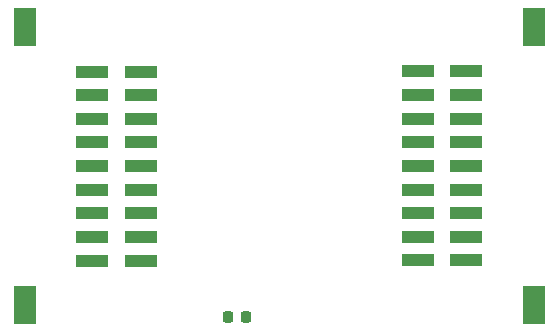
<source format=gbr>
%TF.GenerationSoftware,KiCad,Pcbnew,7.0.2*%
%TF.CreationDate,2023-11-04T13:58:57-04:00*%
%TF.ProjectId,AntSniffer,416e7453-6e69-4666-9665-722e6b696361,rev?*%
%TF.SameCoordinates,Original*%
%TF.FileFunction,Paste,Top*%
%TF.FilePolarity,Positive*%
%FSLAX46Y46*%
G04 Gerber Fmt 4.6, Leading zero omitted, Abs format (unit mm)*
G04 Created by KiCad (PCBNEW 7.0.2) date 2023-11-04 13:58:57*
%MOMM*%
%LPD*%
G01*
G04 APERTURE LIST*
G04 Aperture macros list*
%AMRoundRect*
0 Rectangle with rounded corners*
0 $1 Rounding radius*
0 $2 $3 $4 $5 $6 $7 $8 $9 X,Y pos of 4 corners*
0 Add a 4 corners polygon primitive as box body*
4,1,4,$2,$3,$4,$5,$6,$7,$8,$9,$2,$3,0*
0 Add four circle primitives for the rounded corners*
1,1,$1+$1,$2,$3*
1,1,$1+$1,$4,$5*
1,1,$1+$1,$6,$7*
1,1,$1+$1,$8,$9*
0 Add four rect primitives between the rounded corners*
20,1,$1+$1,$2,$3,$4,$5,0*
20,1,$1+$1,$4,$5,$6,$7,0*
20,1,$1+$1,$6,$7,$8,$9,0*
20,1,$1+$1,$8,$9,$2,$3,0*%
G04 Aperture macros list end*
%ADD10R,2.800000X1.100000*%
%ADD11R,1.900000X3.200000*%
%ADD12RoundRect,0.218750X-0.218750X-0.256250X0.218750X-0.256250X0.218750X0.256250X-0.218750X0.256250X0*%
G04 APERTURE END LIST*
D10*
%TO.C,CN1*%
X152704800Y-49771800D03*
X156814800Y-49771800D03*
X152704800Y-51771800D03*
X156814800Y-51771800D03*
X152704800Y-53771800D03*
X156814800Y-53771800D03*
X152704800Y-55771800D03*
X156814800Y-55771800D03*
X152704800Y-57771800D03*
X156814800Y-57771800D03*
X152704800Y-59771800D03*
X156814800Y-59771800D03*
X152704800Y-61771800D03*
X156814800Y-61771800D03*
X152704800Y-63771800D03*
X156814800Y-63771800D03*
X152704800Y-65771800D03*
X156814800Y-65771800D03*
D11*
X146954800Y-69551800D03*
X146954800Y-45991800D03*
%TD*%
D10*
%TO.C,CN2*%
X184349900Y-65759600D03*
X180239900Y-65759600D03*
X184349900Y-63759600D03*
X180239900Y-63759600D03*
X184349900Y-61759600D03*
X180239900Y-61759600D03*
X184349900Y-59759600D03*
X180239900Y-59759600D03*
X184349900Y-57759600D03*
X180239900Y-57759600D03*
X184349900Y-55759600D03*
X180239900Y-55759600D03*
X184349900Y-53759600D03*
X180239900Y-53759600D03*
X184349900Y-51759600D03*
X180239900Y-51759600D03*
X184349900Y-49759600D03*
X180239900Y-49759600D03*
D11*
X190099900Y-45979600D03*
X190099900Y-69539600D03*
%TD*%
D12*
%TO.C,D1*%
X164160100Y-70561200D03*
X165735100Y-70561200D03*
%TD*%
M02*

</source>
